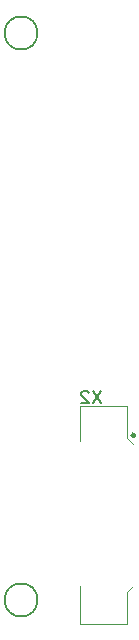
<source format=gbo>
G04*
G04 #@! TF.GenerationSoftware,Altium Limited,Altium Designer,20.2.7 (254)*
G04*
G04 Layer_Color=32896*
%FSLAX44Y44*%
%MOMM*%
G71*
G04*
G04 #@! TF.SameCoordinates,727BD790-FD8A-488A-AA33-CFF93EEF8A04*
G04*
G04*
G04 #@! TF.FilePolarity,Positive*
G04*
G01*
G75*
%ADD10C,0.2000*%
%ADD12C,0.1500*%
%ADD13C,0.1000*%
%ADD26C,0.3000*%
D10*
X39000Y24000D02*
G03*
X39000Y24000I-14000J0D01*
G01*
Y504000D02*
G03*
X39000Y504000I-14000J0D01*
G01*
D12*
X92331Y200998D02*
X85666Y191002D01*
Y200998D02*
X92331Y191002D01*
X75669D02*
X82334D01*
X75669Y197666D01*
Y199332D01*
X77336Y200998D01*
X80668D01*
X82334Y199332D01*
D13*
X115000Y3500D02*
Y31000D01*
X75000Y3500D02*
X115000D01*
X75000D02*
Y36000D01*
X115000Y161000D02*
X117500Y158500D01*
X115000Y161000D02*
Y188500D01*
X75000D02*
X115000D01*
X75000Y158500D02*
Y188500D01*
X117500Y158500D02*
X120000Y156000D01*
X115000Y31000D02*
X120000Y36000D01*
D26*
X121000Y163500D02*
G03*
X121000Y163500I-1000J0D01*
G01*
M02*

</source>
